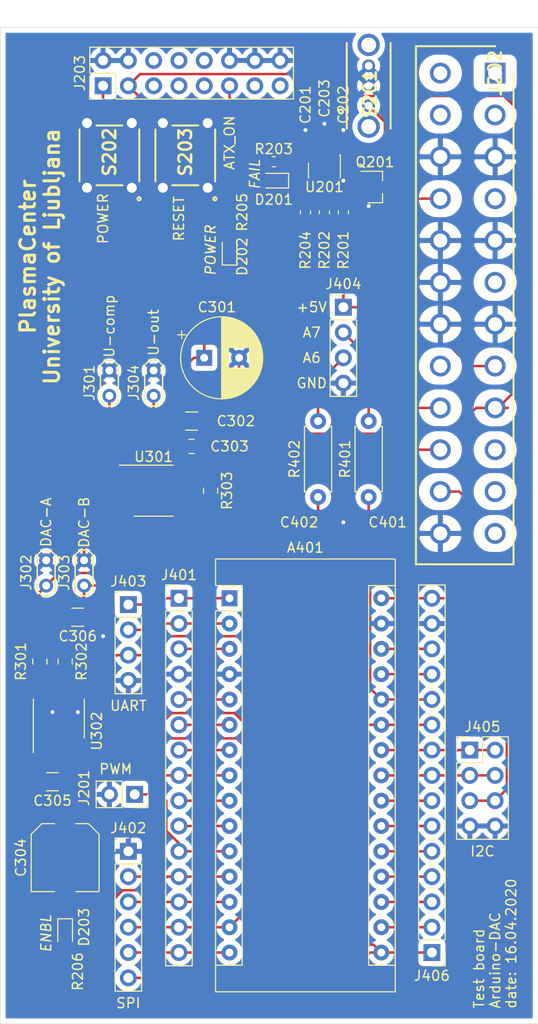
<source format=kicad_pcb>
(kicad_pcb (version 20171130) (host pcbnew "(5.1.2)-1")
  (title_block (title Plasma-PSU_Eurocard_Flyback) (date 2020-03-24) (rev 0.0.1) (company "Plasma Center, University of Ljubljana"))
  (layers (0 F.Cu signal) (31 B.Cu signal) (34 B.Paste user) (35 F.Paste user) (36 B.SilkS user) (37 F.SilkS user) (38 B.Mask user) (39 F.Mask user) (44 Edge.Cuts user))
  (net 0 "")
  (net 1 /Controller/RES_3)
  (net 2 GND)
  (net 3 /Controller/SPI-CS)
  (net 4 /Plugs_and_Controls/PWM_IN)
  (net 5 /Controller/SPI-MOSI)
  (net 6 +5V)
  (net 7 /Controller/SPI-MISO)
  (net 8 /Controller/D13_16)
  (net 9 "Net-(C201-Pad1)")
  (net 10 /Plugs_and_Controls/VSB)
  (net 11 "Net-(C203-Pad1)")
  (net 12 +12V)
  (net 13 "Net-(D201-Pad2)")
  (net 14 "Net-(D201-Pad1)")
  (net 15 "Net-(D202-Pad2)")
  (net 16 "Net-(D203-Pad2)")
  (net 17 +3V3)
  (net 18 /Plugs_and_Controls/PWR_GOOD)
  (net 19 /Plugs_and_Controls/PWR_ON)
  (net 20 /Plugs_and_Controls/PB)
  (net 21 /Plugs_and_Controls/SR)
  (net 22 "Net-(Q201-Pad1)")
  (net 23 "Net-(R201-Pad2)")
  (net 24 "Net-(R202-Pad2)")
  (net 25 "Net-(R204-Pad2)")
  (net 26 "Net-(A401-Pad1)")
  (net 27 "Net-(A401-Pad17)")
  (net 28 "Net-(A401-Pad2)")
  (net 29 "Net-(A401-Pad18)")
  (net 30 "Net-(A401-Pad19)")
  (net 31 "Net-(A401-Pad20)")
  (net 32 "Net-(A401-Pad5)")
  (net 33 "Net-(A401-Pad21)")
  (net 34 "Net-(A401-Pad6)")
  (net 35 "Net-(A401-Pad22)")
  (net 36 "Net-(A401-Pad7)")
  (net 37 "Net-(A401-Pad23)")
  (net 38 "Net-(A401-Pad24)")
  (net 39 "Net-(A401-Pad9)")
  (net 40 "Net-(A401-Pad25)")
  (net 41 "Net-(A401-Pad10)")
  (net 42 "Net-(A401-Pad26)")
  (net 43 "Net-(A401-Pad27)")
  (net 44 /Plugs_and_Controls/ENBL)
  (net 45 "Net-(A401-Pad28)")
  (net 46 "Net-(A401-Pad13)")
  (net 47 "Net-(C306-Pad1)")
  (net 48 "Net-(J301-Pad1)")
  (net 49 "Net-(J302-Pad1)")
  (net 50 "Net-(J304-Pad1)")
  (net 51 "Net-(J404-Pad3)")
  (net 52 "Net-(J404-Pad2)")
  (net 53 "Net-(R301-Pad2)")
  (net 54 "Net-(R302-Pad2)")
  (net 55 "Net-(R303-Pad2)")
  (module SamacSys_PCB_library:1825910-6 (layer F.Cu) (at 82.55 49.53 270)
    (fp_text reference S203 (at -0.33343 -0.01038 90) (layer F.SilkS) (effects (font (size 1.27 1.27) (thickness 0.254))))
    (fp_text value 1825910-6 hide)
    (pad 4 thru_hole circle (at -3.25 2.25 270) (size 1.5 1.5) (drill 1) (layers *.Cu *.Mask) (net 21 /Plugs_and_Controls/SR))
    (pad 3 thru_hole circle (at -3.25 -2.25 270) (size 1.5 1.5) (drill 1) (layers *.Cu *.Mask) (net 21 /Plugs_and_Controls/SR))
    (pad 2 thru_hole circle (at 3.25 2.25 270) (size 1.5 1.5) (drill 1) (layers *.Cu *.Mask) (net 2 GND))
    (pad 1 thru_hole circle (at 3.25 -2.25 270) (size 1.5 1.5) (drill 1) (layers *.Cu *.Mask) (net 2 GND))
  )
  (module SamacSys_PCB_library:1825910-6 (layer F.Cu) (at 74.93 49.53 270)
    (fp_text reference S202 (at -0.33343 -0.01038 90) (layer F.SilkS) (effects (font (size 1.27 1.27) (thickness 0.254))))
    (fp_text value 1825910-6 hide)
    (pad 4 thru_hole circle (at -3.25 2.25 270) (size 1.5 1.5) (drill 1) (layers *.Cu *.Mask) (net 20 /Plugs_and_Controls/PB))
    (pad 3 thru_hole circle (at -3.25 -2.25 270) (size 1.5 1.5) (drill 1) (layers *.Cu *.Mask) (net 20 /Plugs_and_Controls/PB))
    (pad 2 thru_hole circle (at 3.25 2.25 270) (size 1.5 1.5) (drill 1) (layers *.Cu *.Mask) (net 2 GND))
    (pad 1 thru_hole circle (at 3.25 -2.25 270) (size 1.5 1.5) (drill 1) (layers *.Cu *.Mask) (net 2 GND))
  )
  (module SamacSys_PCB_library:SHDR24W120P550X420_2X12_5160X960X1310P (layer F.Cu) (at 113.665 41.275 270)
    (fp_text reference J202 (at 0 0 90) (layer F.SilkS) (effects (font (size 1.27 1.27) (thickness 0.254))))
    (fp_text value 39-28-1243 hide)
    (pad 24 thru_hole circle (at 46.2 5.5 270) (size 2.1 2.1) (drill 1.4) (layers *.Cu *.Mask) (net 2 GND))
    (pad 23 thru_hole circle (at 46.2 0 270) (size 2.1 2.1) (drill 1.4) (layers *.Cu *.Mask) (net 17 +3V3))
    (pad 22 thru_hole circle (at 42 5.5 270) (size 2.1 2.1) (drill 1.4) (layers *.Cu *.Mask) (net 6 +5V))
    (pad 21 thru_hole circle (at 42 0 270) (size 2.1 2.1) (drill 1.4) (layers *.Cu *.Mask) (net 12 +12V))
    (pad 20 thru_hole circle (at 37.8 5.5 270) (size 2.1 2.1) (drill 1.4) (layers *.Cu *.Mask) (net 6 +5V))
    (pad 19 thru_hole circle (at 37.8 0 270) (size 2.1 2.1) (drill 1.4) (layers *.Cu *.Mask) (net 12 +12V))
    (pad 18 thru_hole circle (at 33.6 5.5 270) (size 2.1 2.1) (drill 1.4) (layers *.Cu *.Mask) (net 6 +5V))
    (pad 17 thru_hole circle (at 33.6 0 270) (size 2.1 2.1) (drill 1.4) (layers *.Cu *.Mask) (net 10 /Plugs_and_Controls/VSB))
    (pad 16 thru_hole circle (at 29.4 5.5 270) (size 2.1 2.1) (drill 1.4) (layers *.Cu *.Mask))
    (pad 15 thru_hole circle (at 29.4 0 270) (size 2.1 2.1) (drill 1.4) (layers *.Cu *.Mask) (net 18 /Plugs_and_Controls/PWR_GOOD))
    (pad 14 thru_hole circle (at 25.2 5.5 270) (size 2.1 2.1) (drill 1.4) (layers *.Cu *.Mask) (net 2 GND))
    (pad 13 thru_hole circle (at 25.2 0 270) (size 2.1 2.1) (drill 1.4) (layers *.Cu *.Mask) (net 2 GND))
    (pad 12 thru_hole circle (at 21 5.5 270) (size 2.1 2.1) (drill 1.4) (layers *.Cu *.Mask) (net 2 GND))
    (pad 11 thru_hole circle (at 21 0 270) (size 2.1 2.1) (drill 1.4) (layers *.Cu *.Mask) (net 6 +5V))
    (pad 10 thru_hole circle (at 16.8 5.5 270) (size 2.1 2.1) (drill 1.4) (layers *.Cu *.Mask) (net 2 GND))
    (pad 9 thru_hole circle (at 16.8 0 270) (size 2.1 2.1) (drill 1.4) (layers *.Cu *.Mask) (net 2 GND))
    (pad 8 thru_hole circle (at 12.6 5.5 270) (size 2.1 2.1) (drill 1.4) (layers *.Cu *.Mask) (net 19 /Plugs_and_Controls/PWR_ON))
    (pad 7 thru_hole circle (at 12.6 0 270) (size 2.1 2.1) (drill 1.4) (layers *.Cu *.Mask) (net 6 +5V))
    (pad 6 thru_hole circle (at 8.4 5.5 270) (size 2.1 2.1) (drill 1.4) (layers *.Cu *.Mask) (net 2 GND))
    (pad 5 thru_hole circle (at 8.4 0 270) (size 2.1 2.1) (drill 1.4) (layers *.Cu *.Mask) (net 2 GND))
    (pad 4 thru_hole circle (at 4.2 5.5 270) (size 2.1 2.1) (drill 1.4) (layers *.Cu *.Mask))
    (pad 3 thru_hole circle (at 4.2 0 270) (size 2.1 2.1) (drill 1.4) (layers *.Cu *.Mask) (net 17 +3V3))
    (pad 2 thru_hole circle (at 0 5.5 270) (size 2.1 2.1) (drill 1.4) (layers *.Cu *.Mask) (net 17 +3V3))
    (pad 1 thru_hole rect (at 0 0 270) (size 2.1 2.1) (drill 1.4) (layers *.Cu *.Mask) (net 17 +3V3))
  )
  (module TestPoint:TestPoint_2Pads_Pitch2.54mm_Drill0.8mm (layer F.Cu) (at 79.375 73.66 90)
    (fp_text reference J304 (at 1.3 -2 90) (layer F.SilkS))
    (fp_text value VFB)
    (pad 2 thru_hole circle (at 2.54 0 90) (size 1.4 1.4) (drill 0.8) (layers *.Cu *.Mask) (net 2 GND))
    (pad 1 thru_hole circle (at 0 0 90) (size 1.4 1.4) (drill 0.8) (layers *.Cu *.Mask) (net 50 "Net-(J304-Pad1)"))
  )
  (module TestPoint:TestPoint_2Pads_Pitch2.54mm_Drill0.8mm (layer F.Cu) (at 72.39 92.71 90)
    (fp_text reference J303 (at 1.3 -2 90) (layer F.SilkS))
    (fp_text value Probe_DAC_B)
    (pad 2 thru_hole circle (at 2.54 0 90) (size 1.4 1.4) (drill 0.8) (layers *.Cu *.Mask) (net 2 GND))
    (pad 1 thru_hole circle (at 0 0 90) (size 1.4 1.4) (drill 0.8) (layers *.Cu *.Mask) (net 47 "Net-(C306-Pad1)"))
  )
  (module TestPoint:TestPoint_2Pads_Pitch2.54mm_Drill0.8mm (layer F.Cu) (at 68.58 92.71 90)
    (fp_text reference J302 (at 1.3 -2 90) (layer F.SilkS))
    (fp_text value Probe_DAC_A)
    (pad 2 thru_hole circle (at 2.54 0 90) (size 1.4 1.4) (drill 0.8) (layers *.Cu *.Mask) (net 2 GND))
    (pad 1 thru_hole circle (at 0 0 90) (size 1.4 1.4) (drill 0.8) (layers *.Cu *.Mask) (net 49 "Net-(J302-Pad1)"))
  )
  (module TestPoint:TestPoint_2Pads_Pitch2.54mm_Drill0.8mm (layer F.Cu) (at 74.93 73.66 90)
    (fp_text reference J301 (at 1.3 -2 90) (layer F.SilkS))
    (fp_text value U-Sense_int)
    (pad 2 thru_hole circle (at 2.54 0 90) (size 1.4 1.4) (drill 0.8) (layers *.Cu *.Mask) (net 2 GND))
    (pad 1 thru_hole circle (at 0 0 90) (size 1.4 1.4) (drill 0.8) (layers *.Cu *.Mask) (net 48 "Net-(J301-Pad1)"))
  )
  (module Resistor_SMD:R_0603_1608Metric (layer F.Cu) (at 94.615 55.245 90)
    (fp_text reference R204 (at -3.81 0 90) (layer F.SilkS))
    (fp_text value 10k)
    (pad 2 smd roundrect (at 0.7875 0 90) (size 0.875 0.95) (layers F.Cu F.Paste F.Mask) (net 25 "Net-(R204-Pad2)"))
    (pad 1 smd roundrect (at -0.7875 0 90) (size 0.875 0.95) (layers F.Cu F.Paste F.Mask) (net 6 +5V))
  )
  (module Resistor_SMD:R_0603_1608Metric (layer F.Cu) (at 91.44 50.165 180)
    (fp_text reference R203 (at 0 1.27) (layer F.SilkS))
    (fp_text value 10k)
    (pad 2 smd roundrect (at 0.7875 0 180) (size 0.875 0.95) (layers F.Cu F.Paste F.Mask) (net 13 "Net-(D201-Pad2)"))
    (pad 1 smd roundrect (at -0.7875 0 180) (size 0.875 0.95) (layers F.Cu F.Paste F.Mask) (net 10 /Plugs_and_Controls/VSB))
  )
  (module Resistor_SMD:R_0603_1608Metric (layer F.Cu) (at 96.52 55.245 90)
    (fp_text reference R202 (at -3.81 0 90) (layer F.SilkS))
    (fp_text value 10k)
    (pad 2 smd roundrect (at 0.7875 0 90) (size 0.875 0.95) (layers F.Cu F.Paste F.Mask) (net 24 "Net-(R202-Pad2)"))
    (pad 1 smd roundrect (at -0.7875 0 90) (size 0.875 0.95) (layers F.Cu F.Paste F.Mask) (net 6 +5V))
  )
  (module Resistor_SMD:R_0603_1608Metric (layer F.Cu) (at 98.425 55.245 90)
    (fp_text reference R201 (at -3.81 0 90) (layer F.SilkS))
    (fp_text value 10k)
    (pad 2 smd roundrect (at 0.7875 0 90) (size 0.875 0.95) (layers F.Cu F.Paste F.Mask) (net 23 "Net-(R201-Pad2)"))
    (pad 1 smd roundrect (at -0.7875 0 90) (size 0.875 0.95) (layers F.Cu F.Paste F.Mask) (net 6 +5V))
  )
  (module Package_SO:SOIC-8_3.9x4.9mm_P1.27mm (layer F.Cu) (at 69.85 106.045 90)
    (fp_text reference U302 (at -1.27 3.81 90) (layer F.SilkS))
    (fp_text value MCP4822)
    (pad 8 smd roundrect (at 2.475 -1.905 90) (size 1.95 0.6) (layers F.Cu F.Paste F.Mask) (net 53 "Net-(R301-Pad2)"))
    (pad 7 smd roundrect (at 2.475 -0.635 90) (size 1.95 0.6) (layers F.Cu F.Paste F.Mask) (net 2 GND))
    (pad 6 smd roundrect (at 2.475 0.635 90) (size 1.95 0.6) (layers F.Cu F.Paste F.Mask) (net 54 "Net-(R302-Pad2)"))
    (pad 5 smd roundrect (at 2.475 1.905 90) (size 1.95 0.6) (layers F.Cu F.Paste F.Mask) (net 2 GND))
    (pad 4 smd roundrect (at -2.475 1.905 90) (size 1.95 0.6) (layers F.Cu F.Paste F.Mask) (net 5 /Controller/SPI-MOSI))
    (pad 3 smd roundrect (at -2.475 0.635 90) (size 1.95 0.6) (layers F.Cu F.Paste F.Mask) (net 8 /Controller/D13_16))
    (pad 2 smd roundrect (at -2.475 -0.635 90) (size 1.95 0.6) (layers F.Cu F.Paste F.Mask) (net 3 /Controller/SPI-CS))
    (pad 1 smd roundrect (at -2.475 -1.905 90) (size 1.95 0.6) (layers F.Cu F.Paste F.Mask) (net 6 +5V))
  )
  (module Package_SO:SOIC-8_3.9x4.9mm_P1.27mm (layer F.Cu) (at 79.375 83.185)
    (fp_text reference U301 (at 0 -3.4) (layer F.SilkS))
    (fp_text value MCP602)
    (pad 8 smd roundrect (at 2.475 -1.905) (size 1.95 0.6) (layers F.Cu F.Paste F.Mask) (net 6 +5V))
    (pad 7 smd roundrect (at 2.475 -0.635) (size 1.95 0.6) (layers F.Cu F.Paste F.Mask) (net 50 "Net-(J304-Pad1)"))
    (pad 6 smd roundrect (at 2.475 0.635) (size 1.95 0.6) (layers F.Cu F.Paste F.Mask) (net 55 "Net-(R303-Pad2)"))
    (pad 5 smd roundrect (at 2.475 1.905) (size 1.95 0.6) (layers F.Cu F.Paste F.Mask) (net 47 "Net-(C306-Pad1)"))
    (pad 4 smd roundrect (at -2.475 1.905) (size 1.95 0.6) (layers F.Cu F.Paste F.Mask) (net 2 GND))
    (pad 3 smd roundrect (at -2.475 0.635) (size 1.95 0.6) (layers F.Cu F.Paste F.Mask) (net 48 "Net-(J301-Pad1)"))
    (pad 2 smd roundrect (at -2.475 -0.635) (size 1.95 0.6) (layers F.Cu F.Paste F.Mask) (net 49 "Net-(J302-Pad1)"))
    (pad 1 smd roundrect (at -2.475 -1.905) (size 1.95 0.6) (layers F.Cu F.Paste F.Mask) (net 55 "Net-(R303-Pad2)"))
  )
  (module Package_DFN_QFN:TDFN-12_2x3mm_P0.5mm (layer F.Cu) (at 96.52 50.8 270)
    (fp_text reference U201 (at 1.905 0 180) (layer F.SilkS))
    (fp_text value STM6600)
    (pad 12 smd rect (at 0.8 -1.25 270) (size 0.7 0.25) (layers F.Cu F.Paste F.Mask) (net 2 GND))
    (pad 11 smd rect (at 0.8 -0.75 270) (size 0.7 0.25) (layers F.Cu F.Paste F.Mask) (net 23 "Net-(R201-Pad2)"))
    (pad 10 smd rect (at 0.8 -0.25 270) (size 0.7 0.25) (layers F.Cu F.Paste F.Mask) (net 24 "Net-(R202-Pad2)"))
    (pad 9 smd rect (at 0.8 0.25 270) (size 0.7 0.25) (layers F.Cu F.Paste F.Mask) (net 22 "Net-(Q201-Pad1)"))
    (pad 8 smd rect (at 0.8 0.75 270) (size 0.7 0.25) (layers F.Cu F.Paste F.Mask) (net 25 "Net-(R204-Pad2)"))
    (pad 7 smd rect (at 0.8 1.25 270) (size 0.7 0.25) (layers F.Cu F.Paste F.Mask) (net 14 "Net-(D201-Pad1)"))
    (pad 6 smd rect (at -0.8 1.25 270) (size 0.7 0.25) (layers F.Cu F.Paste F.Mask) (net 20 /Plugs_and_Controls/PB))
    (pad 5 smd rect (at -0.8 0.75 270) (size 0.7 0.25) (layers F.Cu F.Paste F.Mask) (net 9 "Net-(C201-Pad1)"))
    (pad 4 smd rect (at -0.8 0.25 270) (size 0.7 0.25) (layers F.Cu F.Paste F.Mask) (net 18 /Plugs_and_Controls/PWR_GOOD))
    (pad 3 smd rect (at -0.8 -0.25 270) (size 0.7 0.25) (layers F.Cu F.Paste F.Mask) (net 11 "Net-(C203-Pad1)"))
    (pad 2 smd rect (at -0.8 -0.75 270) (size 0.7 0.25) (layers F.Cu F.Paste F.Mask) (net 21 /Plugs_and_Controls/SR))
    (pad 1 smd rect (at -0.8 -1.25 270) (size 0.7 0.25) (layers F.Cu F.Paste F.Mask) (net 10 /Plugs_and_Controls/VSB))
  )
  (module Resistor_THT:R_Axial_DIN0207_L6.3mm_D2.5mm_P7.62mm_Horizontal (layer F.Cu) (at 95.885 83.82 90)
    (fp_text reference R402 (at 3.81 -2.37 90) (layer F.SilkS))
    (fp_text value 4.8k)
    (pad 2 thru_hole oval (at 7.62 0 90) (size 1.6 1.6) (drill 0.8) (layers *.Cu *.Mask) (net 51 "Net-(J404-Pad3)"))
    (pad 1 thru_hole circle (at 0 0 90) (size 1.6 1.6) (drill 0.8) (layers *.Cu *.Mask) (net 40 "Net-(A401-Pad25)"))
  )
  (module Resistor_THT:R_Axial_DIN0207_L6.3mm_D2.5mm_P7.62mm_Horizontal (layer F.Cu) (at 100.965 83.82 90)
    (fp_text reference R401 (at 3.81 -2.37 90) (layer F.SilkS))
    (fp_text value 4.8k)
    (pad 2 thru_hole oval (at 7.62 0 90) (size 1.6 1.6) (drill 0.8) (layers *.Cu *.Mask) (net 52 "Net-(J404-Pad2)"))
    (pad 1 thru_hole circle (at 0 0 90) (size 1.6 1.6) (drill 0.8) (layers *.Cu *.Mask) (net 42 "Net-(A401-Pad26)"))
  )
  (module Resistor_SMD:R_0805_2012Metric (layer F.Cu) (at 85.09 83.185 270)
    (fp_text reference R303 (at 0 -1.65 90) (layer F.SilkS))
    (fp_text value 100k)
    (pad 2 smd roundrect (at 0.9375 0 270) (size 0.975 1.4) (layers F.Cu F.Paste F.Mask) (net 55 "Net-(R303-Pad2)"))
    (pad 1 smd roundrect (at -0.9375 0 270) (size 0.975 1.4) (layers F.Cu F.Paste F.Mask) (net 50 "Net-(J304-Pad1)"))
  )
  (module Resistor_SMD:R_0805_2012Metric (layer F.Cu) (at 70.485 100.33 270)
    (fp_text reference R302 (at 0 -1.65 90) (layer F.SilkS))
    (fp_text value 100k)
    (pad 2 smd roundrect (at 0.9375 0 270) (size 0.975 1.4) (layers F.Cu F.Paste F.Mask) (net 54 "Net-(R302-Pad2)"))
    (pad 1 smd roundrect (at -0.9375 0 270) (size 0.975 1.4) (layers F.Cu F.Paste F.Mask) (net 47 "Net-(C306-Pad1)"))
  )
  (module Resistor_SMD:R_0805_2012Metric (layer F.Cu) (at 67.945 100.33 270)
    (fp_text reference R301 (at 0 1.905 90) (layer F.SilkS))
    (fp_text value 100k)
    (pad 2 smd roundrect (at 0.9375 0 270) (size 0.975 1.4) (layers F.Cu F.Paste F.Mask) (net 53 "Net-(R301-Pad2)"))
    (pad 1 smd roundrect (at -0.9375 0 270) (size 0.975 1.4) (layers F.Cu F.Paste F.Mask) (net 49 "Net-(J302-Pad1)"))
  )
  (module Resistor_SMD:R_0402_1005Metric (layer F.Cu) (at 70.485 131.445 270)
    (fp_text reference R206 (at 0 -1.27 90) (layer F.SilkS))
    (fp_text value 470R)
    (pad 2 smd roundrect (at 0.485 0 270) (size 0.59 0.64) (layers F.Cu F.Paste F.Mask) (net 44 /Plugs_and_Controls/ENBL))
    (pad 1 smd roundrect (at -0.485 0 270) (size 0.59 0.64) (layers F.Cu F.Paste F.Mask) (net 16 "Net-(D203-Pad2)"))
  )
  (module Resistor_SMD:R_0402_1005Metric (layer F.Cu) (at 86.995 55.245 90)
    (fp_text reference R205 (at 0 1.27 90) (layer F.SilkS))
    (fp_text value 470R)
    (pad 2 smd roundrect (at 0.485 0 90) (size 0.59 0.64) (layers F.Cu F.Paste F.Mask) (net 18 /Plugs_and_Controls/PWR_GOOD))
    (pad 1 smd roundrect (at -0.485 0 90) (size 0.59 0.64) (layers F.Cu F.Paste F.Mask) (net 15 "Net-(D202-Pad2)"))
  )
  (module Package_TO_SOT_SMD:SOT-23 (layer F.Cu) (at 101.6 52.705)
    (fp_text reference Q201 (at 0 -2.5) (layer F.SilkS))
    (fp_text value BC818)
    (pad 3 smd rect (at 1 0) (size 0.9 0.8) (layers F.Cu F.Paste F.Mask) (net 19 /Plugs_and_Controls/PWR_ON))
    (pad 2 smd rect (at -1 0.95) (size 0.9 0.8) (layers F.Cu F.Paste F.Mask) (net 2 GND))
    (pad 1 smd rect (at -1 -0.95) (size 0.9 0.8) (layers F.Cu F.Paste F.Mask) (net 22 "Net-(Q201-Pad1)"))
  )
  (module Connector_PinHeader_2.54mm:PinHeader_1x15_P2.54mm_Vertical (layer F.Cu) (at 107.315 129.54 180)
    (fp_text reference J406 (at 0 -2.33) (layer F.SilkS))
    (fp_text value Arduino_Pinout_16-30)
    (pad 15 thru_hole oval (at 0 35.56 180) (size 1.7 1.7) (drill 1) (layers *.Cu *.Mask) (net 6 +5V))
    (pad 14 thru_hole oval (at 0 33.02 180) (size 1.7 1.7) (drill 1) (layers *.Cu *.Mask) (net 2 GND))
    (pad 13 thru_hole oval (at 0 30.48 180) (size 1.7 1.7) (drill 1) (layers *.Cu *.Mask) (net 45 "Net-(A401-Pad28)"))
    (pad 12 thru_hole oval (at 0 27.94 180) (size 1.7 1.7) (drill 1) (layers *.Cu *.Mask) (net 43 "Net-(A401-Pad27)"))
    (pad 11 thru_hole oval (at 0 25.4 180) (size 1.7 1.7) (drill 1) (layers *.Cu *.Mask) (net 42 "Net-(A401-Pad26)"))
    (pad 10 thru_hole oval (at 0 22.86 180) (size 1.7 1.7) (drill 1) (layers *.Cu *.Mask) (net 40 "Net-(A401-Pad25)"))
    (pad 9 thru_hole oval (at 0 20.32 180) (size 1.7 1.7) (drill 1) (layers *.Cu *.Mask) (net 38 "Net-(A401-Pad24)"))
    (pad 8 thru_hole oval (at 0 17.78 180) (size 1.7 1.7) (drill 1) (layers *.Cu *.Mask) (net 37 "Net-(A401-Pad23)"))
    (pad 7 thru_hole oval (at 0 15.24 180) (size 1.7 1.7) (drill 1) (layers *.Cu *.Mask) (net 35 "Net-(A401-Pad22)"))
    (pad 6 thru_hole oval (at 0 12.7 180) (size 1.7 1.7) (drill 1) (layers *.Cu *.Mask) (net 33 "Net-(A401-Pad21)"))
    (pad 5 thru_hole oval (at 0 10.16 180) (size 1.7 1.7) (drill 1) (layers *.Cu *.Mask) (net 31 "Net-(A401-Pad20)"))
    (pad 4 thru_hole oval (at 0 7.62 180) (size 1.7 1.7) (drill 1) (layers *.Cu *.Mask) (net 30 "Net-(A401-Pad19)"))
    (pad 3 thru_hole oval (at 0 5.08 180) (size 1.7 1.7) (drill 1) (layers *.Cu *.Mask) (net 29 "Net-(A401-Pad18)"))
    (pad 2 thru_hole oval (at 0 2.54 180) (size 1.7 1.7) (drill 1) (layers *.Cu *.Mask) (net 27 "Net-(A401-Pad17)"))
    (pad 1 thru_hole rect (at 0 0 180) (size 1.7 1.7) (drill 1) (layers *.Cu *.Mask) (net 8 /Controller/D13_16))
  )
  (module Connector_PinHeader_2.54mm:PinHeader_2x04_P2.54mm_Vertical (layer F.Cu) (at 111.125 109.22)
    (fp_text reference J405 (at 1.27 -2.33) (layer F.SilkS))
    (fp_text value I2C)
    (pad 8 thru_hole oval (at 2.54 7.62) (size 1.7 1.7) (drill 1) (layers *.Cu *.Mask) (net 2 GND))
    (pad 7 thru_hole oval (at 0 7.62) (size 1.7 1.7) (drill 1) (layers *.Cu *.Mask) (net 2 GND))
    (pad 6 thru_hole oval (at 2.54 5.08) (size 1.7 1.7) (drill 1) (layers *.Cu *.Mask) (net 6 +5V))
    (pad 5 thru_hole oval (at 0 5.08) (size 1.7 1.7) (drill 1) (layers *.Cu *.Mask) (net 6 +5V))
    (pad 4 thru_hole oval (at 2.54 2.54) (size 1.7 1.7) (drill 1) (layers *.Cu *.Mask) (net 37 "Net-(A401-Pad23)"))
    (pad 3 thru_hole oval (at 0 2.54) (size 1.7 1.7) (drill 1) (layers *.Cu *.Mask) (net 37 "Net-(A401-Pad23)"))
    (pad 2 thru_hole oval (at 2.54 0) (size 1.7 1.7) (drill 1) (layers *.Cu *.Mask) (net 38 "Net-(A401-Pad24)"))
    (pad 1 thru_hole rect (at 0 0) (size 1.7 1.7) (drill 1) (layers *.Cu *.Mask) (net 38 "Net-(A401-Pad24)"))
  )
  (module Connector_PinHeader_2.54mm:PinHeader_1x04_P2.54mm_Vertical (layer F.Cu) (at 98.425 64.77)
    (fp_text reference J404 (at 0 -2.33) (layer F.SilkS))
    (fp_text value A6+7)
    (pad 4 thru_hole oval (at 0 7.62) (size 1.7 1.7) (drill 1) (layers *.Cu *.Mask) (net 2 GND))
    (pad 3 thru_hole oval (at 0 5.08) (size 1.7 1.7) (drill 1) (layers *.Cu *.Mask) (net 51 "Net-(J404-Pad3)"))
    (pad 2 thru_hole oval (at 0 2.54) (size 1.7 1.7) (drill 1) (layers *.Cu *.Mask) (net 52 "Net-(J404-Pad2)"))
    (pad 1 thru_hole rect (at 0 0) (size 1.7 1.7) (drill 1) (layers *.Cu *.Mask) (net 6 +5V))
  )
  (module Connector_PinHeader_2.54mm:PinHeader_1x04_P2.54mm_Vertical (layer F.Cu) (at 76.835 94.615)
    (fp_text reference J403 (at 0 -2.33) (layer F.SilkS))
    (fp_text value UART)
    (pad 4 thru_hole oval (at 0 7.62) (size 1.7 1.7) (drill 1) (layers *.Cu *.Mask) (net 2 GND))
    (pad 3 thru_hole oval (at 0 5.08) (size 1.7 1.7) (drill 1) (layers *.Cu *.Mask) (net 6 +5V))
    (pad 2 thru_hole oval (at 0 2.54) (size 1.7 1.7) (drill 1) (layers *.Cu *.Mask) (net 28 "Net-(A401-Pad2)"))
    (pad 1 thru_hole rect (at 0 0) (size 1.7 1.7) (drill 1) (layers *.Cu *.Mask) (net 26 "Net-(A401-Pad1)"))
  )
  (module Connector_PinHeader_2.54mm:PinHeader_1x06_P2.54mm_Vertical (layer F.Cu) (at 76.835 119.38)
    (fp_text reference J402 (at 0 -2.33) (layer F.SilkS))
    (fp_text value SPI)
    (pad 6 thru_hole oval (at 0 12.7) (size 1.7 1.7) (drill 1) (layers *.Cu *.Mask) (net 8 /Controller/D13_16))
    (pad 5 thru_hole oval (at 0 10.16) (size 1.7 1.7) (drill 1) (layers *.Cu *.Mask) (net 7 /Controller/SPI-MISO))
    (pad 4 thru_hole oval (at 0 7.62) (size 1.7 1.7) (drill 1) (layers *.Cu *.Mask) (net 5 /Controller/SPI-MOSI))
    (pad 3 thru_hole oval (at 0 5.08) (size 1.7 1.7) (drill 1) (layers *.Cu *.Mask) (net 46 "Net-(A401-Pad13)"))
    (pad 2 thru_hole oval (at 0 2.54) (size 1.7 1.7) (drill 1) (layers *.Cu *.Mask) (net 6 +5V))
    (pad 1 thru_hole rect (at 0 0) (size 1.7 1.7) (drill 1) (layers *.Cu *.Mask) (net 2 GND))
  )
  (module Connector_PinHeader_2.54mm:PinHeader_1x15_P2.54mm_Vertical (layer F.Cu) (at 81.915 93.98)
    (fp_text reference J401 (at 0 -2.33) (layer F.SilkS))
    (fp_text value Arduino_Pinout_01-15)
    (pad 15 thru_hole oval (at 0 35.56) (size 1.7 1.7) (drill 1) (layers *.Cu *.Mask) (net 7 /Controller/SPI-MISO))
    (pad 14 thru_hole oval (at 0 33.02) (size 1.7 1.7) (drill 1) (layers *.Cu *.Mask) (net 5 /Controller/SPI-MOSI))
    (pad 13 thru_hole oval (at 0 30.48) (size 1.7 1.7) (drill 1) (layers *.Cu *.Mask) (net 46 "Net-(A401-Pad13)"))
    (pad 12 thru_hole oval (at 0 27.94) (size 1.7 1.7) (drill 1) (layers *.Cu *.Mask) (net 44 /Plugs_and_Controls/ENBL))
    (pad 11 thru_hole oval (at 0 25.4) (size 1.7 1.7) (drill 1) (layers *.Cu *.Mask) (net 4 /Plugs_and_Controls/PWM_IN))
    (pad 10 thru_hole oval (at 0 22.86) (size 1.7 1.7) (drill 1) (layers *.Cu *.Mask) (net 41 "Net-(A401-Pad10)"))
    (pad 9 thru_hole oval (at 0 20.32) (size 1.7 1.7) (drill 1) (layers *.Cu *.Mask) (net 39 "Net-(A401-Pad9)"))
    (pad 8 thru_hole oval (at 0 17.78) (size 1.7 1.7) (drill 1) (layers *.Cu *.Mask) (net 3 /Controller/SPI-CS))
    (pad 7 thru_hole oval (at 0 15.24) (size 1.7 1.7) (drill 1) (layers *.Cu *.Mask) (net 36 "Net-(A401-Pad7)"))
    (pad 6 thru_hole oval (at 0 12.7) (size 1.7 1.7) (drill 1) (layers *.Cu *.Mask) (net 34 "Net-(A401-Pad6)"))
    (pad 5 thru_hole oval (at 0 10.16) (size 1.7 1.7) (drill 1) (layers *.Cu *.Mask) (net 32 "Net-(A401-Pad5)"))
    (pad 4 thru_hole oval (at 0 7.62) (size 1.7 1.7) (drill 1) (layers *.Cu *.Mask) (net 2 GND))
    (pad 3 thru_hole oval (at 0 5.08) (size 1.7 1.7) (drill 1) (layers *.Cu *.Mask) (net 1 /Controller/RES_3))
    (pad 2 thru_hole oval (at 0 2.54) (size 1.7 1.7) (drill 1) (layers *.Cu *.Mask) (net 28 "Net-(A401-Pad2)"))
    (pad 1 thru_hole rect (at 0 0) (size 1.7 1.7) (drill 1) (layers *.Cu *.Mask) (net 26 "Net-(A401-Pad1)"))
  )
  (module Connector_PinHeader_2.54mm:PinHeader_2x08_P2.54mm_Vertical (layer F.Cu) (at 74.295 42.545 90)
    (fp_text reference J203 (at 1.27 -2.33 90) (layer F.SilkS))
    (fp_text value "Pinheader Controls")
    (pad 16 thru_hole oval (at 2.54 17.78 90) (size 1.7 1.7) (drill 1) (layers *.Cu *.Mask) (net 2 GND))
    (pad 15 thru_hole oval (at 0 17.78 90) (size 1.7 1.7) (drill 1) (layers *.Cu *.Mask))
    (pad 14 thru_hole oval (at 2.54 15.24 90) (size 1.7 1.7) (drill 1) (layers *.Cu *.Mask) (net 2 GND))
    (pad 13 thru_hole oval (at 0 15.24 90) (size 1.7 1.7) (drill 1) (layers *.Cu *.Mask))
    (pad 12 thru_hole oval (at 2.54 12.7 90) (size 1.7 1.7) (drill 1) (layers *.Cu *.Mask) (net 2 GND))
    (pad 11 thru_hole oval (at 0 12.7 90) (size 1.7 1.7) (drill 1) (layers *.Cu *.Mask) (net 18 /Plugs_and_Controls/PWR_GOOD))
    (pad 10 thru_hole oval (at 2.54 10.16 90) (size 1.7 1.7) (drill 1) (layers *.Cu *.Mask))
    (pad 9 thru_hole oval (at 0 10.16 90) (size 1.7 1.7) (drill 1) (layers *.Cu *.Mask))
    (pad 8 thru_hole oval (at 2.54 7.62 90) (size 1.7 1.7) (drill 1) (layers *.Cu *.Mask))
    (pad 7 thru_hole oval (at 0 7.62 90) (size 1.7 1.7) (drill 1) (layers *.Cu *.Mask))
    (pad 6 thru_hole oval (at 2.54 5.08 90) (size 1.7 1.7) (drill 1) (layers *.Cu *.Mask))
    (pad 5 thru_hole oval (at 0 5.08 90) (size 1.7 1.7) (drill 1) (layers *.Cu *.Mask))
    (pad 4 thru_hole oval (at 2.54 2.54 90) (size 1.7 1.7) (drill 1) (layers *.Cu *.Mask) (net 2 GND))
    (pad 3 thru_hole oval (at 0 2.54 90) (size 1.7 1.7) (drill 1) (layers *.Cu *.Mask) (net 21 /Plugs_and_Controls/SR))
    (pad 2 thru_hole oval (at 2.54 0 90) (size 1.7 1.7) (drill 1) (layers *.Cu *.Mask) (net 2 GND))
    (pad 1 thru_hole rect (at 0 0 90) (size 1.7 1.7) (drill 1) (layers *.Cu *.Mask) (net 20 /Plugs_and_Controls/PB))
  )
  (module Connector_PinSocket_2.54mm:PinSocket_1x02_P2.54mm_Vertical (layer F.Cu) (at 77.47 113.665 270)
    (fp_text reference J201 (at -0.635 5.08 90) (layer F.SilkS))
    (fp_text value PWM_FWD)
    (pad 2 thru_hole oval (at 0 2.54 270) (size 1.7 1.7) (drill 1) (layers *.Cu *.Mask) (net 2 GND))
    (pad 1 thru_hole rect (at 0 0 270) (size 1.7 1.7) (drill 1) (layers *.Cu *.Mask) (net 4 /Plugs_and_Controls/PWM_IN))
  )
  (module LED_SMD:LED_0603_1608Metric (layer F.Cu) (at 70.485 127.635 270)
    (fp_text reference D203 (at -0.635 -1.905 90) (layer F.SilkS))
    (fp_text value LED)
    (pad 2 smd roundrect (at 0.7875 0 270) (size 0.875 0.95) (layers F.Cu F.Paste F.Mask) (net 16 "Net-(D203-Pad2)"))
    (pad 1 smd roundrect (at -0.7875 0 270) (size 0.875 0.95) (layers F.Cu F.Paste F.Mask) (net 2 GND))
  )
  (module LED_SMD:LED_0603_1608Metric (layer F.Cu) (at 86.995 59.055 90)
    (fp_text reference D202 (at -0.635 1.27 90) (layer F.SilkS))
    (fp_text value LED)
    (pad 2 smd roundrect (at 0.7875 0 90) (size 0.875 0.95) (layers F.Cu F.Paste F.Mask) (net 15 "Net-(D202-Pad2)"))
    (pad 1 smd roundrect (at -0.7875 0 90) (size 0.875 0.95) (layers F.Cu F.Paste F.Mask) (net 2 GND))
  )
  (module LED_SMD:LED_0603_1608Metric (layer F.Cu) (at 91.44 52.07 180)
    (fp_text reference D201 (at 0 -1.905) (layer F.SilkS))
    (fp_text value LED)
    (pad 2 smd roundrect (at 0.7875 0 180) (size 0.875 0.95) (layers F.Cu F.Paste F.Mask) (net 13 "Net-(D201-Pad2)"))
    (pad 1 smd roundrect (at -0.7875 0 180) (size 0.875 0.95) (layers F.Cu F.Paste F.Mask) (net 14 "Net-(D201-Pad1)"))
  )
  (module Capacitor_SMD:C_0201_0603Metric (layer F.Cu) (at 97.155 86.36)
    (fp_text reference C402 (at -3.175 0) (layer F.SilkS))
    (fp_text value 100n)
    (pad 2 smd roundrect (at 0.32 0) (size 0.46 0.4) (layers F.Cu F.Mask) (net 2 GND))
    (pad 1 smd roundrect (at -0.32 0) (size 0.46 0.4) (layers F.Cu F.Mask) (net 40 "Net-(A401-Pad25)"))
  )
  (module Capacitor_SMD:C_0201_0603Metric (layer F.Cu) (at 99.695 86.36)
    (fp_text reference C401 (at 3.175 0) (layer F.SilkS))
    (fp_text value 100n)
    (pad 2 smd roundrect (at 0.32 0) (size 0.46 0.4) (layers F.Cu F.Mask) (net 42 "Net-(A401-Pad26)"))
    (pad 1 smd roundrect (at -0.32 0) (size 0.46 0.4) (layers F.Cu F.Mask) (net 2 GND))
  )
  (module Capacitor_SMD:C_1206_3216Metric (layer F.Cu) (at 71.755 95.885)
    (fp_text reference C306 (at 0 1.905) (layer F.SilkS))
    (fp_text value 100nF)
    (pad 2 smd roundrect (at 1.4 0) (size 1.25 1.75) (layers F.Cu F.Paste F.Mask) (roundrect_rratio 0.2) (net 2 GND))
    (pad 1 smd roundrect (at -1.4 0) (size 1.25 1.75) (layers F.Cu F.Paste F.Mask) (roundrect_rratio 0.2) (net 47 "Net-(C306-Pad1)"))
  )
  (module Capacitor_SMD:C_1206_3216Metric (layer F.Cu) (at 69.215 112.395)
    (fp_text reference C305 (at 0 1.905) (layer F.SilkS))
    (fp_text value 100nF)
    (pad 2 smd roundrect (at 1.4 0) (size 1.25 1.75) (layers F.Cu F.Paste F.Mask) (roundrect_rratio 0.2) (net 2 GND))
    (pad 1 smd roundrect (at -1.4 0) (size 1.25 1.75) (layers F.Cu F.Paste F.Mask) (roundrect_rratio 0.2) (net 6 +5V))
  )
  (module Capacitor_SMD:C_Elec_6.3x5.8 (layer F.Cu) (at 70.485 120.015 270)
    (fp_text reference C304 (at 0 4.445 90) (layer F.SilkS))
    (fp_text value 10µF)
    (pad 2 smd roundrect (at 2.5375 0 270) (size 3.325 1.6) (layers F.Cu F.Paste F.Mask) (roundrect_rratio 0.15625) (net 2 GND))
    (pad 1 smd roundrect (at -2.5375 0 270) (size 3.325 1.6) (layers F.Cu F.Paste F.Mask) (roundrect_rratio 0.15625) (net 6 +5V))
  )
  (module Capacitor_SMD:C_0805_2012Metric (layer F.Cu) (at 83.185 78.74)
    (fp_text reference C303 (at 3.81 0) (layer F.SilkS))
    (fp_text value 10nF)
    (pad 2 smd roundrect (at 0.9375 0) (size 0.975 1.4) (layers F.Cu F.Paste F.Mask) (net 2 GND))
    (pad 1 smd roundrect (at -0.9375 0) (size 0.975 1.4) (layers F.Cu F.Paste F.Mask) (net 6 +5V))
  )
  (module Capacitor_SMD:C_1206_3216Metric (layer F.Cu) (at 83.185 76.2)
    (fp_text reference C302 (at 4.445 0) (layer F.SilkS))
    (fp_text value 100nF)
    (pad 2 smd roundrect (at 1.4 0) (size 1.25 1.75) (layers F.Cu F.Paste F.Mask) (roundrect_rratio 0.2) (net 2 GND))
    (pad 1 smd roundrect (at -1.4 0) (size 1.25 1.75) (layers F.Cu F.Paste F.Mask) (roundrect_rratio 0.2) (net 6 +5V))
  )
  (module Capacitor_THT:CP_Radial_D8.0mm_P3.50mm (layer F.Cu) (at 84.455 69.85)
    (fp_text reference C301 (at 1.27 -5.08) (layer F.SilkS))
    (fp_text value 220uF)
    (pad 2 thru_hole circle (at 3.5 0) (size 1.6 1.6) (drill 0.8) (layers *.Cu *.Mask) (net 2 GND))
    (pad 1 thru_hole rect (at 0 0) (size 1.6 1.6) (drill 0.8) (layers *.Cu *.Mask) (net 6 +5V))
  )
  (module Capacitor_SMD:C_0402_1005Metric (layer F.Cu) (at 96.52 47.625 90)
    (fp_text reference C203 (at 3.81 0 90) (layer F.SilkS))
    (fp_text value 1µF)
    (pad 2 smd roundrect (at 0.485 0 90) (size 0.59 0.64) (layers F.Cu F.Paste F.Mask) (net 2 GND))
    (pad 1 smd roundrect (at -0.485 0 90) (size 0.59 0.64) (layers F.Cu F.Paste F.Mask) (net 11 "Net-(C203-Pad1)"))
  )
  (module Capacitor_SMD:C_0402_1005Metric (layer F.Cu) (at 98.425 48.26 90)
    (fp_text reference C202 (at 3.81 0 90) (layer F.SilkS))
    (fp_text value 100nF)
    (pad 2 smd roundrect (at 0.485 0 90) (size 0.59 0.64) (layers F.Cu F.Paste F.Mask) (net 2 GND))
    (pad 1 smd roundrect (at -0.485 0 90) (size 0.59 0.64) (layers F.Cu F.Paste F.Mask) (net 10 /Plugs_and_Controls/VSB))
  )
  (module Capacitor_SMD:C_0402_1005Metric (layer F.Cu) (at 94.615 48.26 90)
    (fp_text reference C201 (at 3.81 0 90) (layer F.SilkS))
    (fp_text value 1µF)
    (pad 2 smd roundrect (at 0.485 0 90) (size 0.59 0.64) (layers F.Cu F.Paste F.Mask) (net 2 GND))
    (pad 1 smd roundrect (at -0.485 0 90) (size 0.59 0.64) (layers F.Cu F.Paste F.Mask) (net 9 "Net-(C201-Pad1)"))
  )
  (module Module:Arduino_Nano (layer F.Cu) (at 86.995 93.98)
    (fp_text reference A401 (at 7.62 -5.08) (layer F.SilkS))
    (fp_text value Arduino_Nano_v3.x)
    (pad 16 thru_hole oval (at 15.24 35.56) (size 1.6 1.6) (drill 0.8) (layers *.Cu *.Mask) (net 8 /Controller/D13_16))
    (pad 15 thru_hole oval (at 0 35.56) (size 1.6 1.6) (drill 0.8) (layers *.Cu *.Mask) (net 7 /Controller/SPI-MISO))
    (pad 30 thru_hole oval (at 15.24 0) (size 1.6 1.6) (drill 0.8) (layers *.Cu *.Mask) (net 6 +5V))
    (pad 14 thru_hole oval (at 0 33.02) (size 1.6 1.6) (drill 0.8) (layers *.Cu *.Mask) (net 5 /Controller/SPI-MOSI))
    (pad 29 thru_hole oval (at 15.24 2.54) (size 1.6 1.6) (drill 0.8) (layers *.Cu *.Mask) (net 2 GND))
    (pad 13 thru_hole oval (at 0 30.48) (size 1.6 1.6) (drill 0.8) (layers *.Cu *.Mask) (net 46 "Net-(A401-Pad13)"))
    (pad 28 thru_hole oval (at 15.24 5.08) (size 1.6 1.6) (drill 0.8) (layers *.Cu *.Mask) (net 45 "Net-(A401-Pad28)"))
    (pad 12 thru_hole oval (at 0 27.94) (size 1.6 1.6) (drill 0.8) (layers *.Cu *.Mask) (net 44 /Plugs_and_Controls/ENBL))
    (pad 27 thru_hole oval (at 15.24 7.62) (size 1.6 1.6) (drill 0.8) (layers *.Cu *.Mask) (net 43 "Net-(A401-Pad27)"))
    (pad 11 thru_hole oval (at 0 25.4) (size 1.6 1.6) (drill 0.8) (layers *.Cu *.Mask) (net 4 /Plugs_and_Controls/PWM_IN))
    (pad 26 thru_hole oval (at 15.24 10.16) (size 1.6 1.6) (drill 0.8) (layers *.Cu *.Mask) (net 42 "Net-(A401-Pad26)"))
    (pad 10 thru_hole oval (at 0 22.86) (size 1.6 1.6) (drill 0.8) (layers *.Cu *.Mask) (net 41 "Net-(A401-Pad10)"))
    (pad 25 thru_hole oval (at 15.24 12.7) (size 1.6 1.6) (drill 0.8) (layers *.Cu *.Mask) (net 40 "Net-(A401-Pad25)"))
    (pad 9 thru_hole oval (at 0 20.32) (size 1.6 1.6) (drill 0.8) (layers *.Cu *.Mask) (net 39 "Net-(A401-Pad9)"))
    (pad 24 thru_hole oval (at 15.24 15.24) (size 1.6 1.6) (drill 0.8) (layers *.Cu *.Mask) (net 38 "Net-(A401-Pad24)"))
    (pad 8 thru_hole oval (at 0 17.78) (size 1.6 1.6) (drill 0.8) (layers *.Cu *.Mask) (net 3 /Controller/SPI-CS))
    (pad 23 thru_hole oval (at 15.24 17.78) (size 1.6 1.6) (drill 0.8) (layers *.Cu *.Mask) (net 37 "Net-(A401-Pad23)"))
    (pad 7 thru_hole oval (at 0 15.24) (size 1.6 1.6) (drill 0.8) (layers *.Cu *.Mask) (net 36 "Net-(A401-Pad7)"))
    (pad 22 thru_hole oval (at 15.24 20.32) (size 1.6 1.6) (drill 0.8) (layers *.Cu *.Mask) (net 35 "Net-(A401-Pad22)"))
    (pad 6 thru_hole oval (at 0 12.7) (size 1.6 1.6) (drill 0.8) (layers *.Cu *.Mask) (net 34 "Net-(A401-Pad6)"))
    (pad 21 thru_hole oval (at 15.24 22.86) (size 1.6 1.6) (drill 0.8) (layers *.Cu *.Mask) (net 33 "Net-(A401-Pad21)"))
    (pad 5 thru_hole oval (at 0 10.16) (size 1.6 1.6) (drill 0.8) (layers *.Cu *.Mask) (net 32 "Net-(A401-Pad5)"))
    (pad 20 thru_hole oval (at 15.24 25.4) (size 1.6 1.6) (drill 0.8) (layers *.Cu *.Mask) (net 31 "Net-(A401-Pad20)"))
    (pad 4 thru_hole oval (at 0 7.62) (size 1.6 1.6) (drill 0.8) (layers *.Cu *.Mask) (net 2 GND))
    (pad 19 thru_hole oval (at 15.24 27.94) (size 1.6 1.6) (drill 0.8) (layers *.Cu *.Mask) (net 30 "Net-(A401-Pad19)"))
    (pad 3 thru_hole oval (at 0 5.08) (size 1.6 1.6) (drill 0.8) (layers *.Cu *.Mask) (net 1 /Controller/RES_3))
    (pad 18 thru_hole oval (at 15.24 30.48) (size 1.6 1.6) (drill 0.8) (layers *.Cu *.Mask) (net 29 "Net-(A401-Pad18)"))
    (pad 2 thru_hole oval (at 0 2.54) (size 1.6 1.6) (drill 0.8) (layers *.Cu *.Mask) (net 28 "Net-(A401-Pad2)"))
    (pad 17 thru_hole oval (at 15.24 33.02) (size 1.6 1.6) (drill 0.8) (layers *.Cu *.Mask) (net 27 "Net-(A401-Pad17)"))
    (pad 1 thru_hole rect (at 0 0) (size 1.6 1.6) (drill 0.8) (layers *.Cu *.Mask) (net 26 "Net-(A401-Pad1)"))
  )
  (module SamacSys_PCB_library:OS102011MA1QN1 (layer F.Cu) (at 100.965 42.545 90)
    (fp_text reference S201 (at -0.822 0.137 90) (layer F.SilkS) (effects (font (size 1.27 1.27) (thickness 0.254))))
    (fp_text value OS102011MS2QN1 hide)
    (pad 5 thru_hole circle (at 4.1 0 90) (size 2.25 2.25) (drill 1.5) (layers *.Cu *.Mask))
    (pad 4 thru_hole circle (at -4.1 0 90) (size 2.25 2.25) (drill 1.5) (layers *.Cu *.Mask))
    (pad 3 thru_hole circle (at 2 0 90) (size 1.3 1.3) (drill 0.8) (layers *.Cu *.Mask) (net 2 GND))
    (pad 2 thru_hole circle (at 0 0 90) (size 1.3 1.3) (drill 0.8) (layers *.Cu *.Mask) (net 2 GND))
    (pad 1 thru_hole circle (at -2 0 90) (size 1.3 1.3) (drill 0.8) (layers *.Cu *.Mask) (net 19 /Plugs_and_Controls/PWR_ON))
  )
  (gr_text "Test board\nArduino-DAC \ndate: 16.04.2020" (at 113.665 135.255 90) (layer F.SilkS) (effects (font (size 1 1)) (justify left)))
  (gr_text "PlasmaCenter\nUniversity of Ljubljana" (at 67.945 59.69 90) (layer F.SilkS) (effects (font (size 1.5 1.5) (thickness 0.3))))
  (gr_text FAIL (at 89.535 51.435 90) (layer F.SilkS) (effects (font (size 1 1) (thickness 0.15) italic)))
  (gr_text +5V (at 95.25 64.77) (layer F.SilkS) (effects (font (size 1 1))))
  (gr_text GND (at 95.25 72.39) (layer F.SilkS) (effects (font (size 1 1))))
  (gr_text A6 (at 95.25 69.85) (layer F.SilkS) (effects (font (size 1 1))))
  (gr_text A7 (at 95.25 67.31) (layer F.SilkS) (effects (font (size 1 1))))
  (gr_text U-out (at 79.375 67.31 90) (layer F.SilkS) (effects (font (size 1 1))))
  (gr_text U-comp (at 74.93 66.675 90) (layer F.SilkS) (effects (font (size 1 1))))
  (gr_text DAC-A (at 68.58 86.36 90) (layer F.SilkS) (effects (font (size 1 1))))
  (gr_text DAC-B (at 72.39 86.36 90) (layer F.SilkS) (effects (font (size 1 1))))
  (gr_text ENBL (at 68.58 127.635 90) (layer F.SilkS) (effects (font (size 1 1) (thickness 0.15) italic)))
  (gr_text SPI (at 76.835 134.62) (layer F.SilkS) (effects (font (size 1 1))))
  (gr_text ATX_ON (at 86.995 48.26 90) (layer F.SilkS) (effects (font (size 1 1))))
  (gr_text RESET (at 81.915 55.88 90) (layer F.SilkS) (effects (font (size 1 1))))
  (gr_text POWER (at 74.295 55.88 90) (layer F.SilkS) (effects (font (size 1 1))))
  (gr_text POWER (at 85.09 59.055 90) (layer F.SilkS) (effects (font (size 1 1) (thickness 0.15) italic)))
  (gr_text I2C (at 112.395 119.38) (layer F.SilkS) (effects (font (size 1 1))))
  (gr_text PWM (at 75.565 111.125) (layer F.SilkS) (effects (font (size 1 1))))
  (gr_text UART (at 76.835 104.775) (layer F.SilkS) (effects (font (size 1 1))))
  (gr_line (start 63.97 36.69) (end 117.97 36.69) (layer Edge.Cuts) (width 0.05))
  (gr_line (start 117.97 36.69) (end 117.97 136.69) (layer Edge.Cuts) (width 0.05))
  (gr_line (start 63.97 136.69) (end 117.97 136.69) (layer Edge.Cuts) (width 0.05))
  (gr_line (start 63.97 36.69) (end 63.97 136.69) (layer Edge.Cuts) (width 0.05))
  (segment (start 81.915 99.06) (end 86.995 99.06) (width 0.25) (layer F.Cu) (net 1))
  (segment (start 102.235 96.52) (end 107.315 96.52) (width 0.25) (layer F.Cu) (net 2))
  (segment (start 81.915 101.6) (end 86.995 101.6) (width 0.25) (layer F.Cu) (net 2))
  (segment (start 97.77 51.825) (end 97.77 51.6) (width 0.25) (layer F.Cu) (net 2))
  (via (at 98.425 46.99) (size 0.8) (drill 0.4) (layers F.Cu B.Cu) (net 2))
  (via (at 96.52 46.355) (size 0.8) (drill 0.4) (layers F.Cu B.Cu) (net 2))
  (via (at 94.615 46.99) (size 0.8) (drill 0.4) (layers F.Cu B.Cu) (net 2))
  (via (at 98.425 52.07) (size 0.8) (drill 0.4) (layers F.Cu B.Cu) (net 2))
  (via (at 100.965 54.61) (size 0.8) (drill 0.4) (layers F.Cu B.Cu) (net 2))
  (segment (start 97.955 51.6) (end 98.425 52.07) (width 0.25) (layer F.Cu) (net 2))
  (segment (start 97.77 51.6) (end 97.955 51.6) (width 0.25) (layer F.Cu) (net 2))
  (segment (start 100.965 54.02) (end 100.6 53.655) (width 0.25) (layer F.Cu) (net 2))
  (segment (start 100.965 54.61) (end 100.965 54.02) (width 0.25) (layer F.Cu) (net 2))
  (segment (start 96.52 47.14) (end 96.52 46.355) (width 0.25) (layer F.Cu) (net 2))
  (segment (start 98.425 46.99) (end 98.425 47.775) (width 0.25) (layer F.Cu) (net 2))
  (segment (start 94.615 46.99) (end 94.615 47.775) (width 0.25) (layer F.Cu) (net 2))
  (segment (start 84.1225 76.6625) (end 84.585 76.2) (width 0.25) (layer F.Cu) (net 2))
  (segment (start 84.1225 78.74) (end 84.1225 76.6625) (width 0.25) (layer F.Cu) (net 2))
  (segment (start 87.955 72.83) (end 87.955 69.85) (width 0.25) (layer F.Cu) (net 2))
  (segment (start 84.585 76.2) (end 87.955 72.83) (width 0.25) (layer F.Cu) (net 2))
  (segment (start 72.39 90.17) (end 72.39 85.725) (width 0.25) (layer F.Cu) (net 2))
  (segment (start 73.025 85.09) (end 76.9 85.09) (width 0.25) (layer F.Cu) (net 2))
  (segment (start 72.39 85.725) (end 73.025 85.09) (width 0.25) (layer F.Cu) (net 2))
  (segment (start 76.835 119.38) (end 74.93 119.38) (width 0.25) (layer F.Cu) (net 2))
  (segment (start 74.93 119.38) (end 74.295 120.015) (width 0.25) (layer F.Cu) (net 2))
  (segment (start 74.295 120.015) (end 74.295 121.92) (width 0.25) (layer F.Cu) (net 2))
  (segment (start 74.295 121.92) (end 73.66 122.555) (width 0.25) (layer F.Cu) (net 2))
  (segment (start 73.6575 122.5525) (end 70.485 122.5525) (width 0.25) (layer F.Cu) (net 2))
  (segment (start 73.66 122.555) (end 73.6575 122.5525) (width 0.25) (layer F.Cu) (net 2))
  (segment (start 70.485 126.8475) (end 70.485 122.5525) (width 0.25) (layer F.Cu) (net 2))
  (segment (start 71.885 113.665) (end 70.615 112.395) (width 0.25) (layer F.Cu) (net 2))
  (segment (start 74.93 113.665) (end 71.885 113.665) (width 0.25) (layer F.Cu) (net 2))
  (via (at 69.215 105.41) (size 0.8) (drill 0.4) (layers F.Cu B.Cu) (net 2))
  (via (at 71.755 105.41) (size 0.8) (drill 0.4) (layers F.Cu B.Cu) (net 2))
  (segment (start 69.215 105.41) (end 69.215 103.57) (width 0.25) (layer F.Cu) (net 2))
  (segment (start 71.755 105.41) (end 71.755 103.57) (width 0.25) (layer F.Cu) (net 2))
  (segment (start 86.995 63.5) (end 79.375 71.12) (width 0.25) (layer F.Cu) (net 2))
  (segment (start 86.995 59.8425) (end 86.995 63.5) (width 0.25) (layer F.Cu) (net 2))
  (via (at 74.295 97.79) (size 0.8) (drill 0.4) (layers F.Cu B.Cu) (net 2))
  (segment (start 74.295 97.025) (end 73.155 95.885) (width 0.25) (layer F.Cu) (net 2))
  (segment (start 74.295 97.79) (end 74.295 97.025) (width 0.25) (layer F.Cu) (net 2))
  (via (at 98.425 86.36) (size 0.8) (drill 0.4) (layers F.Cu B.Cu) (net 2))
  (segment (start 97.475 86.36) (end 98.425 86.36) (width 0.25) (layer F.Cu) (net 2))
  (segment (start 98.425 86.36) (end 99.375 86.36) (width 0.25) (layer F.Cu) (net 2))
  (segment (start 81.915 111.76) (end 86.995 111.76) (width 0.25) (layer F.Cu) (net 3))
  (segment (start 80.645 111.76) (end 81.915 111.76) (width 0.25) (layer F.Cu) (net 3))
  (segment (start 80.01 111.125) (end 80.645 111.76) (width 0.25) (layer F.Cu) (net 3))
  (segment (start 70.485 111.125) (end 80.01 111.125) (width 0.25) (layer F.Cu) (net 3))
  (segment (start 69.215 108.52) (end 69.215 109.855) (width 0.25) (layer F.Cu) (net 3))
  (segment (start 70.485 111.125) (end 69.85 111.125) (width 0.25) (layer F.Cu) (net 3))
  (segment (start 69.85 111.125) (end 69.215 110.49) (width 0.25) (layer F.Cu) (net 3))
  (segment (start 69.215 110.49) (end 69.215 109.855) (width 0.25) (layer F.Cu) (net 3))
  (segment (start 86.995 119.38) (end 81.915 119.38) (width 0.25) (layer F.Cu) (net 4))
  (segment (start 81.915 118.579002) (end 80.645 117.309002) (width 0.25) (layer F.Cu) (net 4))
  (segment (start 81.915 119.38) (end 81.915 118.579002) (width 0.25) (layer F.Cu) (net 4))
  (segment (start 80.645 117.309002) (end 80.645 114.3) (width 0.25) (layer F.Cu) (net 4))
  (segment (start 80.01 113.665) (end 77.47 113.665) (width 0.25) (layer F.Cu) (net 4))
  (segment (start 80.645 114.3) (end 80.01 113.665) (width 0.25) (layer F.Cu) (net 4))
  (segment (start 76.835 127) (end 81.915 127) (width 0.25) (layer F.Cu) (net 5))
  (segment (start 86.995 127) (end 81.915 127) (width 0.25) (layer F.Cu) (net 5))
  (segment (start 72.12571 108.14929) (end 71.755 108.52) (width 0.25) (layer F.Cu) (net 5))
  (segment (start 72.230001 108.044999) (end 72.12571 108.14929) (width 0.25) (layer F.Cu) (net 5))
  (segment (start 87.724999 108.044999) (end 72.230001 108.044999) (width 0.25) (layer F.Cu) (net 5))
  (segment (start 90.17 110.49) (end 87.724999 108.044999) (width 0.25) (layer F.Cu) (net 5))
  (segment (start 90.17 123.825) (end 90.17 110.49) (width 0.25) (layer F.Cu) (net 5))
  (segment (start 86.995 127) (end 90.17 123.825) (width 0.25) (layer F.Cu) (net 5))
  (segment (start 102.235 93.98) (end 107.315 93.98) (width 0.25) (layer F.Cu) (net 6))
  (segment (start 111.125 114.3) (end 113.665 114.3) (width 0.25) (layer F.Cu) (net 6))
  (segment (start 94.615 56.0325) (end 98.425 56.0325) (width 0.25) (layer F.Cu) (net 6))
  (segment (start 98.425 56.0325) (end 98.425 64.77) (width 0.25) (layer F.Cu) (net 6))
  (segment (start 103.505 64.77) (end 98.425 64.77) (width 0.25) (layer F.Cu) (net 6))
  (segment (start 104.14 65.405) (end 103.505 64.77) (width 0.25) (layer F.Cu) (net 6))
  (segment (start 104.14 74.295) (end 104.14 65.405) (width 0.25) (layer F.Cu) (net 6))
  (segment (start 107.53 74.875) (end 104.72 74.875) (width 0.25) (layer F.Cu) (net 6))
  (segment (start 104.72 74.875) (end 104.14 74.295) (width 0.25) (layer F.Cu) (net 6))
  (segment (start 81.85 79.1375) (end 82.2475 78.74) (width 0.25) (layer F.Cu) (net 6))
  (segment (start 81.85 81.28) (end 81.85 79.1375) (width 0.25) (layer F.Cu) (net 6))
  (segment (start 82.2475 76.6625) (end 81.785 76.2) (width 0.25) (layer F.Cu) (net 6))
  (segment (start 82.2475 78.74) (end 82.2475 76.6625) (width 0.25) (layer F.Cu) (net 6))
  (segment (start 83.405 69.85) (end 84.455 69.85) (width 0.25) (layer F.Cu) (net 6))
  (segment (start 81.785 71.47) (end 83.405 69.85) (width 0.25) (layer F.Cu) (net 6))
  (segment (start 81.785 76.2) (end 81.785 71.47) (width 0.25) (layer F.Cu) (net 6))
  (segment (start 107.53 79.075) (end 105.63 79.075) (width 0.25) (layer F.Cu) (net 6))
  (segment (start 84.455 68.58) (end 85.09 67.945) (width 0.25) (layer F.Cu) (net 6))
  (segment (start 84.455 69.85) (end 84.455 68.58) (width 0.25) (layer F.Cu) (net 6))
  (segment (start 85.09 67.945) (end 88.9 67.945) (width 0.25) (layer F.Cu) (net 6))
  (segment (start 88.9 67.945) (end 89.535 68.58) (width 0.25) (layer F.Cu) (net 6))
  (segment (start 89.535 68.58) (end 89.535 78.105) (width 0.25) (layer F.Cu) (net 6))
  (segment (start 89.535 78.105) (end 90.505 79.075) (width 0.25) (layer F.Cu) (net 6))
  (segment (start 78.105 121.92) (end 76.835 121.92) (width 0.25) (layer F.Cu) (net 6))
  (segment (start 78.74 121.285) (end 78.105 121.92) (width 0.25) (layer F.Cu) (net 6))
  (segment (start 78.74 116.84) (end 78.74 121.285) (width 0.25) (layer F.Cu) (net 6))
  (segment (start 78.50679 116.60679) (end 78.74 116.84) (width 0.25) (layer F.Cu) (net 6))
  (segment (start 70.485 117.4775) (end 71.35571 116.60679) (width 0.25) (layer F.Cu) (net 6))
  (segment (start 71.35571 116.60679) (end 78.50679 116.60679) (width 0.25) (layer F.Cu) (net 6))
  (segment (start 67.815 116.71) (end 67.815 112.395) (width 0.25) (layer F.Cu) (net 6))
  (segment (start 68.58 117.475) (end 67.815 116.71) (width 0.25) (layer F.Cu) (net 6))
  (segment (start 69.5825 117.475) (end 68.58 117.475) (width 0.25) (layer F.Cu) (net 6))
  (segment (start 70.485 117.4775) (end 69.585 117.4775) (width 0.25) (layer F.Cu) (net 6))
  (segment (start 69.585 117.4775) (end 69.5825 117.475) (width 0.25) (layer F.Cu) (net 6))
  (segment (start 67.815 108.65) (end 67.945 108.52) (width 0.25) (layer F.Cu) (net 6))
  (segment (start 67.815 112.395) (end 67.815 108.65) (width 0.25) (layer F.Cu) (net 6))
  (segment (start 67.945 107.445) (end 67.945 108.52) (width 0.25) (layer F.Cu) (net 6))
  (segment (start 75.632919 99.695) (end 74.93 100.397919) (width 0.25) (layer F.Cu) (net 6))
  (segment (start 74.93 100.397919) (end 74.93 106.045) (width 0.25) (layer F.Cu) (net 6))
  (segment (start 76.835 99.695) (end 75.632919 99.695) (width 0.25) (layer F.Cu) (net 6))
  (segment (start 74.93 106.045) (end 74.20502 106.76998) (width 0.25) (layer F.Cu) (net 6))
  (segment (start 74.20502 106.76998) (end 68.62002 106.76998) (width 0.25) (layer F.Cu) (net 6))
  (segment (start 68.62002 106.76998) (end 67.945 107.445) (width 0.25) (layer F.Cu) (net 6))
  (segment (start 114.840001 113.124999) (end 114.840001 95.155001) (width 0.25) (layer F.Cu) (net 6))
  (segment (start 113.665 114.3) (end 114.840001 113.124999) (width 0.25) (layer F.Cu) (net 6))
  (segment (start 114.840001 95.155001) (end 113.665 93.98) (width 0.25) (layer F.Cu) (net 6))
  (segment (start 92.375 95.585) (end 92.375 79.075) (width 0.25) (layer F.Cu) (net 6))
  (segment (start 92.375 79.075) (end 107.53 79.075) (width 0.25) (layer F.Cu) (net 6))
  (segment (start 90.505 79.075) (end 92.375 79.075) (width 0.25) (layer F.Cu) (net 6))
  (segment (start 76.835 99.695) (end 78.105 99.695) (width 0.25) (layer F.Cu) (net 6))
  (segment (start 78.105 99.695) (end 80.01 97.79) (width 0.25) (layer F.Cu) (net 6))
  (segment (start 80.01 97.79) (end 90.17 97.79) (width 0.25) (layer F.Cu) (net 6))
  (segment (start 90.17 97.79) (end 92.375 95.585) (width 0.25) (layer F.Cu) (net 6))
  (segment (start 107.53 83.275) (end 109.43 83.275) (width 0.25) (layer F.Cu) (net 6))
  (segment (start 113.665 93.98) (end 110.49 93.98) (width 0.25) (layer F.Cu) (net 6))
  (segment (start 110.49 93.98) (end 107.315 93.98) (width 0.25) (layer F.Cu) (net 6))
  (segment (start 110.49 83.7) (end 110.49 93.98) (width 0.25) (layer F.Cu) (net 6))
  (segment (start 110.065 83.275) (end 110.49 83.7) (width 0.25) (layer F.Cu) (net 6))
  (segment (start 108.165 83.275) (end 110.065 83.275) (width 0.25) (layer F.Cu) (net 6))
  (segment (start 86.995 129.54) (end 81.915 129.54) (width 0.25) (layer F.Cu) (net 7))
  (segment (start 81.915 129.54) (end 76.835 129.54) (width 0.25) (layer F.Cu) (net 7))
  (segment (start 107.315 129.54) (end 102.235 129.54) (width 0.25) (layer F.Cu) (net 8))
  (segment (start 78.037081 132.08) (end 76.835 132.08) (width 0.25) (layer F.Cu) (net 8))
  (segment (start 98.56363 132.08) (end 78.037081 132.08) (width 0.25) (layer F.Cu) (net 8))
  (segment (start 101.10363 129.54) (end 98.56363 132.08) (width 0.25) (layer F.Cu) (net 8))
  (segment (start 102.235 129.54) (end 101.10363 129.54) (width 0.25) (layer F.Cu) (net 8))
  (segment (start 101.435001 128.740001) (end 95.085001 128.740001) (width 0.25) (layer F.Cu) (net 8))
  (segment (start 102.235 129.54) (end 101.435001 128.740001) (width 0.25) (layer F.Cu) (net 8))
  (segment (start 95.085001 128.740001) (end 90.805 124.46) (width 0.25) (layer F.Cu) (net 8))
  (segment (start 87.485001 105.504999) (end 81.185001 105.504999) (width 0.25) (layer F.Cu) (net 8))
  (segment (start 90.805 124.46) (end 90.805 108.824998) (width 0.25) (layer F.Cu) (net 8))
  (segment (start 90.805 108.824998) (end 87.485001 105.504999) (width 0.25) (layer F.Cu) (net 8))
  (segment (start 70.485 107.445) (end 70.485 108.52) (width 0.25) (layer F.Cu) (net 8))
  (segment (start 70.71001 107.21999) (end 70.485 107.445) (width 0.25) (layer F.Cu) (net 8))
  (segment (start 79.47001 107.21999) (end 70.71001 107.21999) (width 0.25) (layer F.Cu) (net 8))
  (segment (start 81.185001 105.504999) (end 79.47001 107.21999) (width 0.25) (layer F.Cu) (net 8))
  (segment (start 95.77 49.4) (end 95.77 50) (width 0.25) (layer F.Cu) (net 9))
  (segment (start 95.115 48.745) (end 95.77 49.4) (width 0.25) (layer F.Cu) (net 9))
  (segment (start 94.615 48.745) (end 95.115 48.745) (width 0.25) (layer F.Cu) (net 9))
  (segment (start 97.77 49.4) (end 97.77 50) (width 0.25) (layer F.Cu) (net 10))
  (segment (start 98.425 48.745) (end 97.77 49.4) (width 0.25) (layer F.Cu) (net 10))
  (segment (start 113.03 74.875) (end 114.93 74.875) (width 0.25) (layer F.Cu) (net 10))
  (segment (start 116.205 72.635) (end 113.965 74.875) (width 0.25) (layer F.Cu) (net 10))
  (segment (start 113.965 74.875) (end 113.665 74.875) (width 0.25) (layer F.Cu) (net 10))
  (segment (start 116.205 45.205) (end 116.205 72.635) (width 0.25) (layer F.Cu) (net 10))
  (segment (start 114.569999 43.569999) (end 116.205 45.205) (width 0.25) (layer F.Cu) (net 10))
  (segment (start 98.425 48.745) (end 98.759168 48.410832) (width 0.25) (layer F.Cu) (net 10))
  (segment (start 98.759168 48.410832) (end 98.7774 48.410832) (width 0.25) (layer F.Cu) (net 10))
  (segment (start 98.7774 48.410832) (end 99.150001 48.038231) (width 0.25) (layer F.Cu) (net 10))
  (segment (start 99.150001 48.038231) (end 99.150001 44.359999) (width 0.25) (layer F.Cu) (net 10))
  (segment (start 99.150001 44.359999) (end 99.940001 43.569999) (width 0.25) (layer F.Cu) (net 10))
  (segment (start 99.940001 43.569999) (end 114.569999 43.569999) (width 0.25) (layer F.Cu) (net 10))
  (segment (start 111.765 74.875) (end 113.665 74.875) (width 0.25) (layer F.Cu) (net 10))
  (segment (start 109.805 76.835) (end 111.765 74.875) (width 0.25) (layer F.Cu) (net 10))
  (segment (start 92.2275 50.165) (end 91.46499 50.92751) (width 0.25) (layer F.Cu) (net 10))
  (segment (start 91.46499 50.92751) (end 91.46499 76.85999) (width 0.25) (layer F.Cu) (net 10))
  (segment (start 91.46499 76.85999) (end 92.075 77.47) (width 0.25) (layer F.Cu) (net 10))
  (segment (start 92.075 77.47) (end 104.14 77.47) (width 0.25) (layer F.Cu) (net 10))
  (segment (start 104.14 77.47) (end 104.775 76.835) (width 0.25) (layer F.Cu) (net 10))
  (segment (start 104.775 76.835) (end 109.805 76.835) (width 0.25) (layer F.Cu) (net 10))
  (segment (start 96.77 48.995) (end 96.77 50) (width 0.25) (layer F.Cu) (net 11))
  (segment (start 96.52 48.745) (end 96.77 48.995) (width 0.25) (layer F.Cu) (net 11))
  (segment (start 96.52 48.11) (end 96.52 48.745) (width 0.25) (layer F.Cu) (net 11))
  (segment (start 90.6525 50.165) (end 90.6525 52.07) (width 0.25) (layer F.Cu) (net 13))
  (segment (start 94.8 52.07) (end 95.27 51.6) (width 0.25) (layer F.Cu) (net 14))
  (segment (start 92.2275 52.07) (end 94.8 52.07) (width 0.25) (layer F.Cu) (net 14))
  (segment (start 86.995 58.2675) (end 86.995 55.73) (width 0.25) (layer F.Cu) (net 15))
  (segment (start 70.485 130.96) (end 70.485 128.4225) (width 0.25) (layer F.Cu) (net 16))
  (segment (start 96.27 50.6) (end 96.27 50) (width 0.25) (layer F.Cu) (net 18))
  (segment (start 96.345001 50.675001) (end 96.27 50.6) (width 0.25) (layer F.Cu) (net 18))
  (segment (start 101.6 51.319998) (end 100.955003 50.675001) (width 0.25) (layer F.Cu) (net 18))
  (segment (start 100.955003 50.675001) (end 96.345001 50.675001) (width 0.25) (layer F.Cu) (net 18))
  (segment (start 101.6 53.140002) (end 101.6 51.319998) (width 0.25) (layer F.Cu) (net 18))
  (segment (start 102.785008 54.32501) (end 101.6 53.140002) (width 0.25) (layer F.Cu) (net 18))
  (segment (start 104.49001 54.32501) (end 102.785008 54.32501) (width 0.25) (layer F.Cu) (net 18))
  (segment (start 111.13 70.675) (end 109.035 68.58) (width 0.25) (layer F.Cu) (net 18))
  (segment (start 109.035 68.58) (end 105.41 68.58) (width 0.25) (layer F.Cu) (net 18))
  (segment (start 113.03 70.675) (end 111.13 70.675) (width 0.25) (layer F.Cu) (net 18))
  (segment (start 105.41 68.58) (end 104.775 67.945) (width 0.25) (layer F.Cu) (net 18))
  (segment (start 104.775 67.945) (end 104.775 54.61) (width 0.25) (layer F.Cu) (net 18))
  (segment (start 104.775 54.61) (end 104.49001 54.32501) (width 0.25) (layer F.Cu) (net 18))
  (segment (start 86.995 43.747081) (end 87.697919 44.45) (width 0.25) (layer F.Cu) (net 18))
  (segment (start 86.995 42.545) (end 86.995 43.747081) (width 0.25) (layer F.Cu) (net 18))
  (segment (start 87.697919 44.45) (end 94.615 44.45) (width 0.25) (layer F.Cu) (net 18))
  (segment (start 96.27 49.26359) (end 96.220009 49.213599) (width 0.25) (layer F.Cu) (net 18))
  (segment (start 96.27 50) (end 96.27 49.26359) (width 0.25) (layer F.Cu) (net 18))
  (segment (start 96.220009 49.213599) (end 95.504 48.49759) (width 0.25) (layer F.Cu) (net 18))
  (segment (start 95.504 48.49759) (end 95.504 45.339) (width 0.25) (layer F.Cu) (net 18))
  (segment (start 95.504 45.339) (end 94.615 44.45) (width 0.25) (layer F.Cu) (net 18))
  (segment (start 94.884999 50.675001) (end 93.104998 48.895) (width 0.25) (layer F.Cu) (net 18))
  (segment (start 96.345001 50.675001) (end 94.884999 50.675001) (width 0.25) (layer F.Cu) (net 18))
  (segment (start 93.104998 48.895) (end 87.63 48.895) (width 0.25) (layer F.Cu) (net 18))
  (segment (start 87.63 48.895) (end 86.995 49.53) (width 0.25) (layer F.Cu) (net 18))
  (segment (start 86.995 49.53) (end 86.995 54.76) (width 0.25) (layer F.Cu) (net 18))
  (segment (start 102.6 53.355) (end 102.6 52.705) (width 0.25) (layer F.Cu) (net 19))
  (segment (start 103.12 53.875) (end 102.6 53.355) (width 0.25) (layer F.Cu) (net 19))
  (segment (start 107.53 53.875) (end 103.12 53.875) (width 0.25) (layer F.Cu) (net 19))
  (segment (start 102.6 46.18) (end 100.965 44.545) (width 0.25) (layer F.Cu) (net 19))
  (segment (start 102.6 52.705) (end 102.6 46.18) (width 0.25) (layer F.Cu) (net 19))
  (segment (start 72.68 46.28) (end 73.735 46.28) (width 0.25) (layer F.Cu) (net 20))
  (segment (start 73.735 46.28) (end 77.18 46.28) (width 0.25) (layer F.Cu) (net 20))
  (segment (start 94.881768 50) (end 94.895 50) (width 0.25) (layer F.Cu) (net 20))
  (segment (start 74.295 47.625) (end 74.93 48.26) (width 0.25) (layer F.Cu) (net 20))
  (segment (start 74.93 48.26) (end 93.106408 48.26) (width 0.25) (layer F.Cu) (net 20))
  (segment (start 93.106408 48.26) (end 93.854639 49.008231) (width 0.25) (layer F.Cu) (net 20))
  (segment (start 94.895 50) (end 95.27 50) (width 0.25) (layer F.Cu) (net 20))
  (segment (start 93.854639 49.008231) (end 93.889999 49.008231) (width 0.25) (layer F.Cu) (net 20))
  (segment (start 74.295 42.545) (end 74.295 47.625) (width 0.25) (layer F.Cu) (net 20))
  (segment (start 93.889999 49.008231) (end 94.881768 50) (width 0.25) (layer F.Cu) (net 20))
  (segment (start 77.684999 41.695001) (end 76.835 42.545) (width 0.25) (layer F.Cu) (net 21))
  (segment (start 78.010001 41.369999) (end 77.684999 41.695001) (width 0.25) (layer F.Cu) (net 21))
  (segment (start 96.614999 41.369999) (end 78.010001 41.369999) (width 0.25) (layer F.Cu) (net 21))
  (segment (start 97.27 42.025) (end 96.614999 41.369999) (width 0.25) (layer F.Cu) (net 21))
  (segment (start 97.27 50) (end 97.27 42.025) (width 0.25) (layer F.Cu) (net 21))
  (segment (start 80.3 46.01) (end 80.3 46.28) (width 0.25) (layer F.Cu) (net 21))
  (segment (start 76.835 42.545) (end 80.3 46.01) (width 0.25) (layer F.Cu) (net 21))
  (segment (start 80.3 46.28) (end 84.8 46.28) (width 0.25) (layer F.Cu) (net 21))
  (segment (start 99.824999 52.480001) (end 100.55 51.755) (width 0.25) (layer F.Cu) (net 22))
  (segment (start 98.906484 55.22001) (end 99.824999 54.301495) (width 0.25) (layer F.Cu) (net 22))
  (segment (start 96.038516 55.22001) (end 98.906484 55.22001) (width 0.25) (layer F.Cu) (net 22))
  (segment (start 95.71999 54.901484) (end 96.038516 55.22001) (width 0.25) (layer F.Cu) (net 22))
  (segment (start 99.824999 54.301495) (end 99.824999 52.480001) (width 0.25) (layer F.Cu) (net 22))
  (segment (start 95.71999 54.013516) (end 95.71999 54.901484) (width 0.25) (layer F.Cu) (net 22))
  (segment (start 100.55 51.755) (end 100.6 51.755) (width 0.25) (layer F.Cu) (net 22))
  (segment (start 96.27 53.463506) (end 95.71999 54.013516) (width 0.25) (layer F.Cu) (net 22))
  (segment (start 96.27 51.6) (end 96.27 53.463506) (width 0.25) (layer F.Cu) (net 22))
  (segment (start 97.27 53.3025) (end 97.27 51.6) (width 0.25) (layer F.Cu) (net 23))
  (segment (start 98.425 54.4575) (end 97.27 53.3025) (width 0.25) (layer F.Cu) (net 23))
  (segment (start 96.77 54.2075) (end 96.52 54.4575) (width 0.25) (layer F.Cu) (net 24))
  (segment (start 96.77 51.6) (end 96.77 54.2075) (width 0.25) (layer F.Cu) (net 24))
  (segment (start 95.77 53.3025) (end 95.77 51.6) (width 0.25) (layer F.Cu) (net 25))
  (segment (start 94.615 54.4575) (end 95.77 53.3025) (width 0.25) (layer F.Cu) (net 25))
  (segment (start 76.835 94.615) (end 78.74 94.615) (width 0.25) (layer F.Cu) (net 26))
  (segment (start 79.375 93.98) (end 81.915 93.98) (width 0.25) (layer F.Cu) (net 26))
  (segment (start 78.74 94.615) (end 79.375 93.98) (width 0.25) (layer F.Cu) (net 26))
  (segment (start 86.995 93.98) (end 81.915 93.98) (width 0.25) (layer F.Cu) (net 26))
  (segment (start 102.235 127) (end 107.315 127) (width 0.25) (layer F.Cu) (net 27))
  (segment (start 81.915 96.52) (end 86.995 96.52) (width 0.25) (layer F.Cu) (net 28))
  (segment (start 76.835 97.155) (end 78.74 97.155) (width 0.25) (layer F.Cu) (net 28))
  (segment (start 79.375 96.52) (end 81.915 96.52) (width 0.25) (layer F.Cu) (net 28))
  (segment (start 78.74 97.155) (end 79.375 96.52) (width 0.25) (layer F.Cu) (net 28))
  (segment (start 107.315 124.46) (end 102.235 124.46) (width 0.25) (layer F.Cu) (net 29))
  (segment (start 102.235 121.92) (end 107.315 121.92) (width 0.25) (layer F.Cu) (net 30))
  (segment (start 107.315 119.38) (end 102.235 119.38) (width 0.25) (layer F.Cu) (net 31))
  (segment (start 81.915 104.14) (end 86.995 104.14) (width 0.25) (layer F.Cu) (net 32))
  (segment (start 102.235 116.84) (end 107.315 116.84) (width 0.25) (layer F.Cu) (net 33))
  (segment (start 81.915 106.68) (end 86.995 106.68) (width 0.25) (layer F.Cu) (net 34))
  (segment (start 102.235 114.3) (end 107.315 114.3) (width 0.25) (layer F.Cu) (net 35))
  (segment (start 81.915 109.22) (end 86.995 109.22) (width 0.25) (layer F.Cu) (net 36))
  (segment (start 102.235 111.76) (end 107.315 111.76) (width 0.25) (layer F.Cu) (net 37))
  (segment (start 107.315 111.76) (end 111.125 111.76) (width 0.25) (layer F.Cu) (net 37))
  (segment (start 111.125 111.76) (end 113.665 111.76) (width 0.25) (layer F.Cu) (net 37))
  (segment (start 106.112919 109.22) (end 102.235 109.22) (width 0.25) (layer F.Cu) (net 38))
  (segment (start 107.315 109.22) (end 106.112919 109.22) (width 0.25) (layer F.Cu) (net 38))
  (segment (start 107.315 109.22) (end 111.125 109.22) (width 0.25) (layer F.Cu) (net 38))
  (segment (start 111.125 109.22) (end 113.665 109.22) (width 0.25) (layer F.Cu) (net 38))
  (segment (start 81.915 114.3) (end 86.995 114.3) (width 0.25) (layer F.Cu) (net 39))
  (segment (start 102.235 106.68) (end 107.315 106.68) (width 0.25) (layer F.Cu) (net 40))
  (segment (start 95.885 83.82) (end 95.885 85.09) (width 0.25) (layer F.Cu) (net 40))
  (segment (start 95.885 85.09) (end 96.205 85.41) (width 0.25) (layer F.Cu) (net 40))
  (segment (start 96.2 85.415) (end 96.2 86.36) (width 0.25) (layer F.Cu) (net 40))
  (segment (start 96.205 85.41) (end 96.2 85.415) (width 0.25) (layer F.Cu) (net 40))
  (segment (start 96.2 86.36) (end 96.2 105.725) (width 0.25) (layer F.Cu) (net 40))
  (segment (start 97.155 106.68) (end 96.2 105.725) (width 0.25) (layer F.Cu) (net 40))
  (segment (start 102.235 106.68) (end 97.155 106.68) (width 0.25) (layer F.Cu) (net 40))
  (segment (start 96.835 86.36) (end 96.2 86.36) (width 0.25) (layer F.Cu) (net 40))
  (segment (start 81.915 116.84) (end 86.995 116.84) (width 0.25) (layer F.Cu) (net 41))
  (segment (start 107.315 104.14) (end 102.235 104.14) (width 0.25) (layer F.Cu) (net 42))
  (segment (start 101.109999 86.819999) (end 100.965 86.675) (width 0.25) (layer F.Cu) (net 42))
  (segment (start 102.235 104.14) (end 101.109999 103.014999) (width 0.25) (layer F.Cu) (net 42))
  (segment (start 101.109999 103.014999) (end 101.109999 86.819999) (width 0.25) (layer F.Cu) (net 42))
  (segment (start 100.015 86.36) (end 100.965 86.36) (width 0.25) (layer F.Cu) (net 42))
  (segment (start 100.965 86.675) (end 100.965 86.36) (width 0.25) (layer F.Cu) (net 42))
  (segment (start 100.965 86.36) (end 100.965 83.82) (width 0.25) (layer F.Cu) (net 42))
  (segment (start 107.315 101.6) (end 102.235 101.6) (width 0.25) (layer F.Cu) (net 43))
  (segment (start 86.995 121.92) (end 81.915 121.92) (width 0.25) (layer F.Cu) (net 44))
  (segment (start 76.270999 123.284999) (end 74.295 125.260998) (width 0.25) (layer F.Cu) (net 44))
  (segment (start 79.34792 123.284999) (end 76.270999 123.284999) (width 0.25) (layer F.Cu) (net 44))
  (segment (start 81.915 121.92) (end 80.712919 121.92) (width 0.25) (layer F.Cu) (net 44))
  (segment (start 80.712919 121.92) (end 79.34792 123.284999) (width 0.25) (layer F.Cu) (net 44))
  (segment (start 74.295 125.260998) (end 74.295 130.81) (width 0.25) (layer F.Cu) (net 44))
  (segment (start 73.175 131.93) (end 70.485 131.93) (width 0.25) (layer F.Cu) (net 44))
  (segment (start 74.295 130.81) (end 73.175 131.93) (width 0.25) (layer F.Cu) (net 44))
  (segment (start 102.235 99.06) (end 107.315 99.06) (width 0.25) (layer F.Cu) (net 45))
  (segment (start 86.995 124.46) (end 81.915 124.46) (width 0.25) (layer F.Cu) (net 46))
  (segment (start 81.915 124.46) (end 76.835 124.46) (width 0.25) (layer F.Cu) (net 46))
  (segment (start 70.485 96.015) (end 70.355 95.885) (width 0.25) (layer F.Cu) (net 47))
  (segment (start 70.485 99.3925) (end 70.485 96.015) (width 0.25) (layer F.Cu) (net 47))
  (segment (start 72.39 93.85) (end 72.39 92.71) (width 0.25) (layer F.Cu) (net 47))
  (segment (start 70.355 95.885) (end 72.39 93.85) (width 0.25) (layer F.Cu) (net 47))
  (segment (start 81.85 85.09) (end 81.85 90.74) (width 0.25) (layer F.Cu) (net 47))
  (segment (start 79.88 92.71) (end 72.39 92.71) (width 0.25) (layer F.Cu) (net 47))
  (segment (start 81.85 90.74) (end 79.88 92.71) (width 0.25) (layer F.Cu) (net 47))
  (segment (start 76.9 83.82) (end 75.565 83.82) (width 0.25) (layer F.Cu) (net 48))
  (segment (start 75.565 83.82) (end 74.93 83.185) (width 0.25) (layer F.Cu) (net 48))
  (segment (start 74.93 83.185) (end 74.93 73.66) (width 0.25) (layer F.Cu) (net 48))
  (segment (start 76.9 82.55) (end 78.105 82.55) (width 0.25) (layer F.Cu) (net 49))
  (segment (start 78.105 82.55) (end 78.74 83.185) (width 0.25) (layer F.Cu) (net 49))
  (segment (start 78.74 83.185) (end 78.74 90.805) (width 0.25) (layer F.Cu) (net 49))
  (segment (start 78.74 90.805) (end 78.105 91.44) (width 0.25) (layer F.Cu) (net 49))
  (segment (start 69.85 91.44) (end 68.58 92.71) (width 0.25) (layer F.Cu) (net 49))
  (segment (start 78.105 91.44) (end 69.85 91.44) (width 0.25) (layer F.Cu) (net 49))
  (segment (start 67.945 93.345) (end 68.58 92.71) (width 0.25) (layer F.Cu) (net 49))
  (segment (start 67.945 99.3925) (end 67.945 93.345) (width 0.25) (layer F.Cu) (net 49))
  (segment (start 81.85 82.55) (end 83.185 82.55) (width 0.25) (layer F.Cu) (net 50))
  (segment (start 83.4875 82.2475) (end 85.09 82.2475) (width 0.25) (layer F.Cu) (net 50))
  (segment (start 83.185 82.55) (end 83.4875 82.2475) (width 0.25) (layer F.Cu) (net 50))
  (segment (start 79.375 73.66) (end 79.375 80.645) (width 0.25) (layer F.Cu) (net 50))
  (segment (start 79.375 80.645) (end 80.01 81.28) (width 0.25) (layer F.Cu) (net 50))
  (segment (start 80.01 81.28) (end 80.01 81.915) (width 0.25) (layer F.Cu) (net 50))
  (segment (start 80.645 82.55) (end 81.85 82.55) (width 0.25) (layer F.Cu) (net 50))
  (segment (start 80.01 81.915) (end 80.645 82.55) (width 0.25) (layer F.Cu) (net 50))
  (segment (start 95.885 72.39) (end 98.425 69.85) (width 0.25) (layer F.Cu) (net 51))
  (segment (start 95.885 76.2) (end 95.885 72.39) (width 0.25) (layer F.Cu) (net 51))
  (segment (start 100.965 69.85) (end 98.425 67.31) (width 0.25) (layer F.Cu) (net 52))
  (segment (start 100.965 76.2) (end 100.965 69.85) (width 0.25) (layer F.Cu) (net 52))
  (segment (start 67.945 103.57) (end 67.945 101.2675) (width 0.25) (layer F.Cu) (net 53))
  (segment (start 70.485 103.57) (end 70.485 101.2675) (width 0.25) (layer F.Cu) (net 54))
  (segment (start 81.85 83.82) (end 83.185 83.82) (width 0.25) (layer F.Cu) (net 55))
  (segment (start 83.4875 84.1225) (end 85.09 84.1225) (width 0.25) (layer F.Cu) (net 55))
  (segment (start 83.185 83.82) (end 83.4875 84.1225) (width 0.25) (layer F.Cu) (net 55))
  (segment (start 81.85 83.82) (end 80.01 83.82) (width 0.25) (layer F.Cu) (net 55))
  (segment (start 80.01 83.82) (end 79.375 83.185) (width 0.25) (layer F.Cu) (net 55))
  (segment (start 79.375 83.185) (end 79.375 81.915) (width 0.25) (layer F.Cu) (net 55))
  (segment (start 79.375 81.915) (end 78.74 81.28) (width 0.25) (layer F.Cu) (net 55))
  (segment (start 78.74 81.28) (end 76.9 81.28) (width 0.25) (layer F.Cu) (net 55))
  (zone (net 2) (net_name GND) (layer B.Cu) (connect_pads (clearance 0.508)) (min_thickness 0.254) (fill yes (arc_segments 32) (thermal_gap 0.508) (thermal_bridge_width 0.508))
    (polygon (pts (xy 117.475 136.525) (xy 64.135 136.525) (xy 64.135 36.83) (xy 117.475 36.83)))
  )
)
</source>
